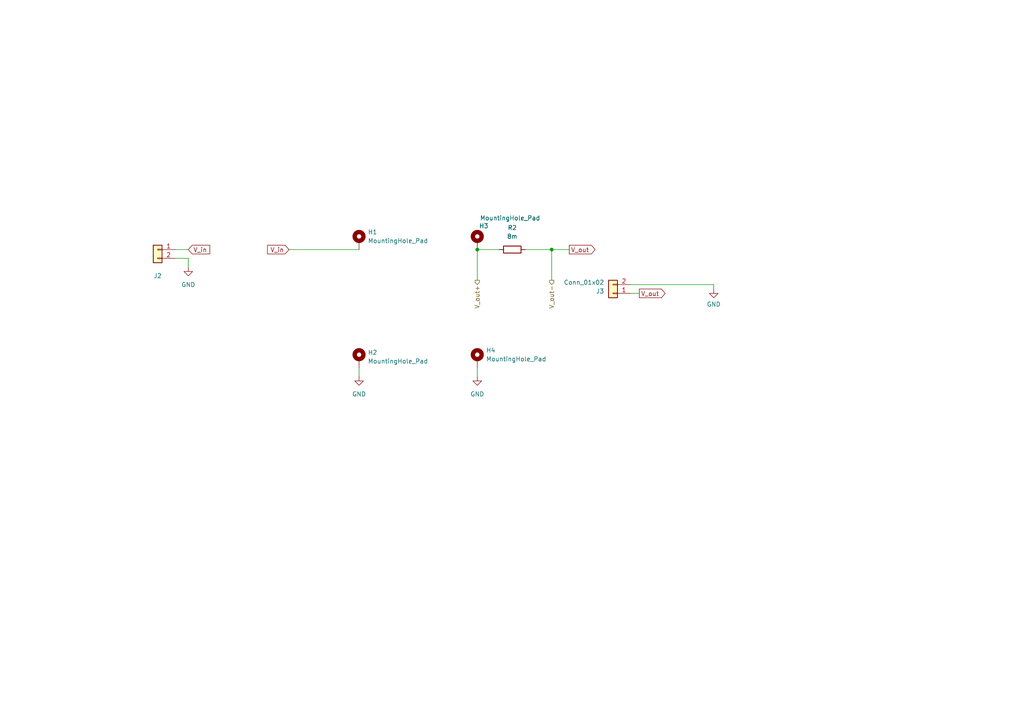
<source format=kicad_sch>
(kicad_sch (version 20231120) (generator "eeschema") (generator_version "8.0")
  (paper "A4")
  (lib_symbols
    (symbol "Connector_Generic:Conn_01x02" (pin_names (offset 1.016) hide)
      (property "Reference" "J" (at 0 2.54 0))
      (property "Value" "Conn_01x02" (at 0 -5.08 0))
      (symbol "Conn_01x02_1_1"
        (rectangle (start -1.27 -2.413) (end 0 -2.667) (stroke (width 0.1524)))
        (rectangle (start -1.27 0.127) (end 0 -0.127) (stroke (width 0.1524)))
        (rectangle (start -1.27 1.27) (end 1.27 -3.81) (stroke (width 0.254)) (fill (type background)))
        (pin passive line (at -5.08 0 0) (length 3.81) (name "Pin_1") (number "1"))
        (pin passive line (at -5.08 -2.54 0) (length 3.81) (name "Pin_2") (number "2"))
      )
    )
    (symbol "Device:R" (pin_numbers hide) (pin_names (offset 0))
      (property "Reference" "R" (at 2.032 0 90))
      (property "Value" "R" (at 0 0 90))
      (symbol "R_0_1"
        (rectangle (start -1.016 -2.54) (end 1.016 2.54) (stroke (width 0.254)))
      )
      (symbol "R_1_1"
        (pin passive line (at 0 3.81 270) (length 1.27) (name "~") (number "1"))
        (pin passive line (at 0 -3.81 90) (length 1.27) (name "~") (number "2"))
      )
    )
    (symbol "Mechanical:MountingHole_Pad" (pin_numbers hide) (pin_names (offset 1.016) hide)
      (property "Reference" "H" (at 0 6.35 0))
      (property "Value" "MountingHole_Pad" (at 0 4.445 0))
      (symbol "MountingHole_Pad_0_1"
        (circle (center 0 1.27) (radius 1.27) (stroke (width 1.27)))
      )
      (symbol "MountingHole_Pad_1_1"
        (pin input line (at 0 -2.54 90) (length 2.54) (name "1") (number "1"))
      )
    )
    (symbol "power:GND" (power) (pin_names (offset 0))
      (property "Value" "GND" (at 0 -3.81 0))
      (symbol "GND_0_1"
        (polyline (pts (xy 0 0) (xy 0 -1.27) (xy 1.27 -1.27) (xy 0 -2.54) (xy -1.27 -1.27) (xy 0 -1.27)))
      )
      (symbol "GND_1_1"
        (pin power_in line (at 0 0 270) (length 0) hide (name "GND") (number "1"))
      )
    )
  )
  (junction (at 160.02 72.39))
  (junction (at 138.43 72.39))
  (wire (pts (xy 182.88 82.55) (xy 207.01 82.55)))
  (wire (pts (xy 152.4 72.39) (xy 160.02 72.39)))
  (wire (pts (xy 138.43 109.22) (xy 138.43 106.68)))
  (wire (pts (xy 138.43 72.39) (xy 144.78 72.39)))
  (wire (pts (xy 160.02 72.39) (xy 165.1 72.39)))
  (wire (pts (xy 83.82 72.39) (xy 104.14 72.39)))
  (wire (pts (xy 207.01 82.55) (xy 207.01 83.82)))
  (wire (pts (xy 185.42 85.09) (xy 182.88 85.09)))
  (wire (pts (xy 54.61 77.47) (xy 54.61 74.93)))
  (wire (pts (xy 54.61 74.93) (xy 50.8 74.93)))
  (wire (pts (xy 160.02 72.39) (xy 160.02 81.28)))
  (wire (pts (xy 104.14 109.22) (xy 104.14 106.68)))
  (wire (pts (xy 138.43 72.39) (xy 138.43 81.28)))
  (wire (pts (xy 54.61 72.39) (xy 50.8 72.39)))
  (global_label "V_in" (shape input) (at 54.61 72.39 0) (property "Intersheetrefs" "${INTERSHEET_REFS}" (effects (hide yes))))
  (global_label "V_in" (shape input) (at 83.82 72.39 180) (property "Intersheetrefs" "${INTERSHEET_REFS}" (effects (hide yes))))
  (global_label "V_out" (shape output) (at 185.42 85.09 0) (property "Intersheetrefs" "${INTERSHEET_REFS}" (effects (hide yes))))
  (global_label "V_out" (shape output) (at 165.1 72.39 0) (property "Intersheetrefs" "${INTERSHEET_REFS}" (effects (hide yes))))
  (hierarchical_label "V_out+" (shape output) (at 138.43 81.28 270))
  (hierarchical_label "V_out-" (shape output) (at 160.02 81.28 270))
  (symbol (lib_id "Connector_Generic:Conn_01x02") (at 45.72 72.39 0) (mirror y) (unit 1)
    (property "Reference" "J2" (at 45.72 80.01 0))
    (property "Value" "Conn_01x02" (effects (hide yes)))
    (property "Footprint" "BuckBoost:XT30PW-M" (effects (hide yes)))
  )
  (symbol (lib_id "power:GND") (at 207.01 83.82 0) (unit 1)
    (property "Reference" "#PWR05" (effects (hide yes)))
    (property "Value" "GND" (at 207.01 88.265 0))
  )
  (symbol (lib_id "Connector_Generic:Conn_01x02") (at 177.8 85.09 180) (unit 1)
    (property "Reference" "J3" (at 175.26 84.455 0) (effects (justify left)))
    (property "Value" "Conn_01x02" (at 175.26 81.915 0) (effects (justify left)))
    (property "Footprint" "BuckBoost:XT30PW-F" (effects (hide yes)))
  )
  (symbol (lib_id "Mechanical:MountingHole_Pad") (at 104.14 104.14 0) (unit 1)
    (property "Reference" "H2" (at 106.68 102.235 0) (effects (justify left)))
    (property "Value" "MountingHole_Pad" (at 106.68 104.775 0) (effects (justify left)))
    (property "Footprint" "MountingHole:MountingHole_3.2mm_M3_Pad_Via" (effects (hide yes)))
  )
  (symbol (lib_id "Mechanical:MountingHole_Pad") (at 104.14 69.85 0) (unit 1)
    (property "Reference" "H1" (at 106.68 67.31 0) (effects (justify left)))
    (property "Value" "MountingHole_Pad" (at 106.68 69.85 0) (effects (justify left)))
    (property "Footprint" "MountingHole:MountingHole_3.2mm_M3_Pad_Via" (effects (hide yes)))
  )
  (symbol (lib_id "Device:R") (at 148.59 72.39 90) (unit 1)
    (property "Reference" "R2" (at 148.59 66.04 90))
    (property "Value" "8m" (at 148.59 68.58 90))
    (property "Footprint" "BuckBoost:Resistance" (effects (hide yes)))
  )
  (symbol (lib_id "power:GND") (at 104.14 109.22 0) (unit 1)
    (property "Reference" "#PWR03" (effects (hide yes)))
    (property "Value" "GND" (at 104.14 114.3 0))
  )
  (symbol (lib_id "Mechanical:MountingHole_Pad") (at 138.43 69.85 0) (unit 1)
    (property "Reference" "H3" (at 138.938 65.532 0) (effects (justify left)))
    (property "Value" "MountingHole_Pad" (at 139.192 63.246 0) (effects (justify left)))
    (property "Footprint" "MountingHole:MountingHole_3.2mm_M3_Pad_Via" (effects (hide yes)))
  )
  (symbol (lib_id "Mechanical:MountingHole_Pad") (at 138.43 104.14 0) (unit 1)
    (property "Reference" "H4" (at 140.97 101.5999 0) (effects (justify left)))
    (property "Value" "MountingHole_Pad" (at 140.97 104.1399 0) (effects (justify left)))
    (property "Footprint" "MountingHole:MountingHole_3.2mm_M3_Pad_Via" (effects (hide yes)))
  )
  (symbol (lib_id "power:GND") (at 54.61 77.47 0) (unit 1)
    (property "Reference" "#PWR02" (effects (hide yes)))
    (property "Value" "GND" (at 54.61 82.55 0))
  )
  (symbol (lib_id "power:GND") (at 138.43 109.22 0) (unit 1)
    (property "Reference" "#PWR04" (effects (hide yes)))
    (property "Value" "GND" (at 138.43 114.3 0))
  )
)
</source>
